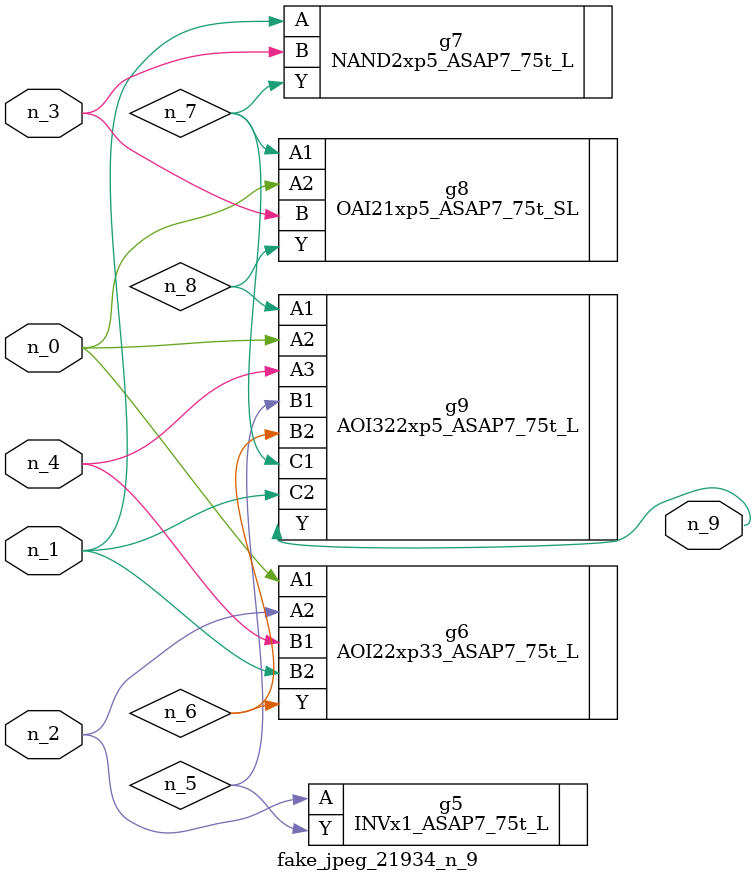
<source format=v>
module fake_jpeg_21934_n_9 (n_3, n_2, n_1, n_0, n_4, n_9);

input n_3;
input n_2;
input n_1;
input n_0;
input n_4;

output n_9;

wire n_8;
wire n_6;
wire n_5;
wire n_7;

INVx1_ASAP7_75t_L g5 ( 
.A(n_2),
.Y(n_5)
);

AOI22xp33_ASAP7_75t_L g6 ( 
.A1(n_0),
.A2(n_2),
.B1(n_4),
.B2(n_1),
.Y(n_6)
);

NAND2xp5_ASAP7_75t_L g7 ( 
.A(n_1),
.B(n_3),
.Y(n_7)
);

OAI21xp5_ASAP7_75t_SL g8 ( 
.A1(n_7),
.A2(n_0),
.B(n_3),
.Y(n_8)
);

AOI322xp5_ASAP7_75t_L g9 ( 
.A1(n_8),
.A2(n_0),
.A3(n_4),
.B1(n_5),
.B2(n_6),
.C1(n_7),
.C2(n_1),
.Y(n_9)
);


endmodule
</source>
